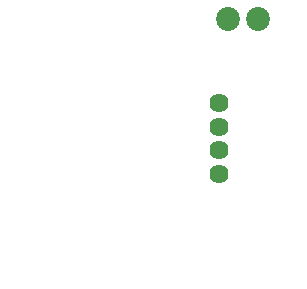
<source format=gbr>
G04 Created by Delta Design Version 2.6.36104.0403*
G04 Date: 11.09.2020 14:45:25*
G04 Project: Programming the device ESP-07*
G04 File name: SOLDERPASTE_BOTTOM*
G04 File format: RS274X*

G04 Parameters*
%FSAN2X44Y44D3M2*%
%MIA0B0*%
%MOMM*%
%IOA0B0*%
%SFA1B1*%
%IJ*%
%IR0*%
G04 End parameters*
G04 Aperture macros*
G04 Rectangle: Width = 1.620000 | Height = 1.620000 | Rotation = 90*
%AMRECT1*21,1,1.620000,1.620000,0,0,90*%
G04 End Aperture macros*
G04 Apertures*
%ADD10C,2.020000*%
%ADD11RECT1*%
%ADD12C,1.620000*%
G04 End apertures*
G04 Layers*
%LNSOLDERPASTE_BOTTOM*%
%SRX1Y1I0J0*%
G54D10*
G01X-00065500Y00126000D03*

G01X-00116496Y00126000D03*

G01X00085500Y00126000D03*

G01X00060000Y00126000D03*

G01X00110000Y-00086000D03*

G01X00110500Y-00060500D03*

G01X00111000Y-00035000D03*

G54D11*
G01X00053000Y-00085500D03*

G54D12*
G01X00053000Y00054500D03*

G01X00053000Y00034500D03*

G01X00053000Y00014500D03*

G01X00053000Y-00005500D03*

G01X00053000Y-00025500D03*

G01X00053000Y-00045500D03*

G01X00053000Y-00065500D03*

G54D11*
G01X-00087000Y-00085500D03*

G54D12*
G01X-00087000Y00054500D03*

G01X-00087000Y00034500D03*

G01X-00087000Y00014500D03*

G01X-00087000Y-00005500D03*

G01X-00087000Y-00025500D03*

G01X-00087000Y-00045500D03*

G01X-00087000Y-00065500D03*
G04 End Layers*
M02*
</source>
